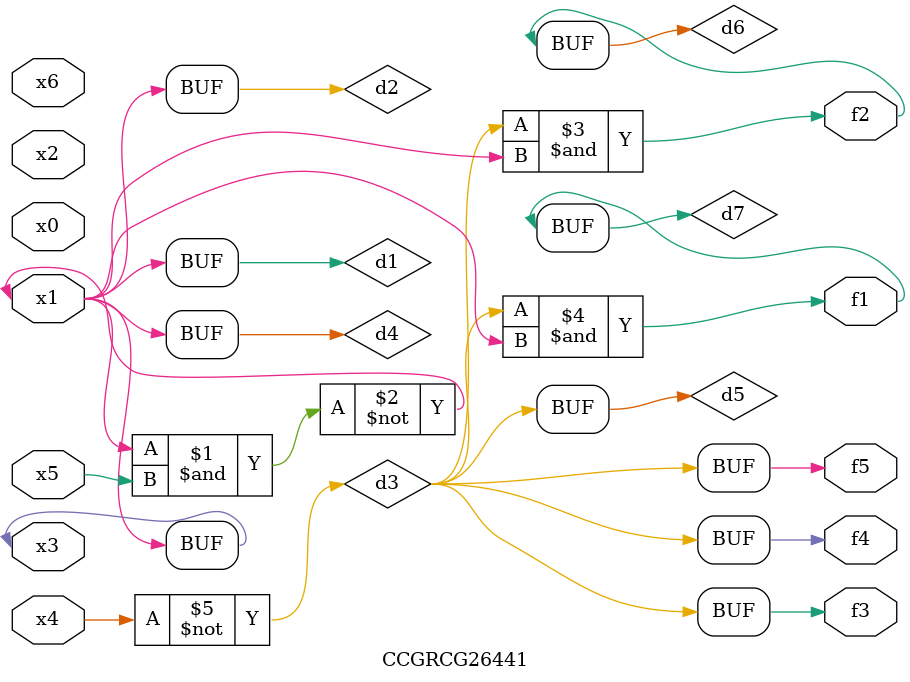
<source format=v>
module CCGRCG26441(
	input x0, x1, x2, x3, x4, x5, x6,
	output f1, f2, f3, f4, f5
);

	wire d1, d2, d3, d4, d5, d6, d7;

	buf (d1, x1, x3);
	nand (d2, x1, x5);
	not (d3, x4);
	buf (d4, d1, d2);
	buf (d5, d3);
	and (d6, d3, d4);
	and (d7, d3, d4);
	assign f1 = d7;
	assign f2 = d6;
	assign f3 = d5;
	assign f4 = d5;
	assign f5 = d5;
endmodule

</source>
